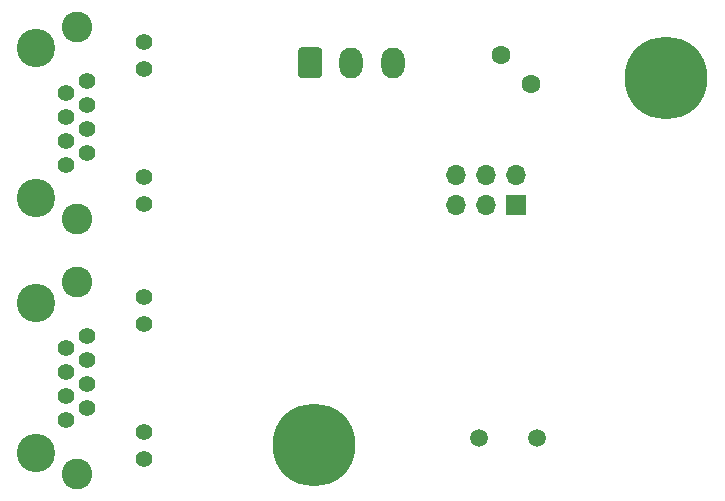
<source format=gbs>
G04 #@! TF.GenerationSoftware,KiCad,Pcbnew,(5.1.9)-1*
G04 #@! TF.CreationDate,2021-06-09T23:11:38+02:00*
G04 #@! TF.ProjectId,controller,636f6e74-726f-46c6-9c65-722e6b696361,rev?*
G04 #@! TF.SameCoordinates,Original*
G04 #@! TF.FileFunction,Soldermask,Bot*
G04 #@! TF.FilePolarity,Negative*
%FSLAX46Y46*%
G04 Gerber Fmt 4.6, Leading zero omitted, Abs format (unit mm)*
G04 Created by KiCad (PCBNEW (5.1.9)-1) date 2021-06-09 23:11:38*
%MOMM*%
%LPD*%
G01*
G04 APERTURE LIST*
%ADD10C,1.400000*%
%ADD11C,2.600000*%
%ADD12C,3.250000*%
%ADD13O,1.700000X1.700000*%
%ADD14R,1.700000X1.700000*%
%ADD15C,1.600000*%
%ADD16O,2.000000X2.600000*%
%ADD17C,0.800000*%
%ADD18C,7.000000*%
%ADD19C,1.500000*%
G04 APERTURE END LIST*
D10*
X110105000Y-73150000D03*
X110105000Y-75440000D03*
X110105000Y-84580000D03*
X110105000Y-86870000D03*
X105285000Y-76440000D03*
X103505000Y-77460000D03*
X105285000Y-78480000D03*
X103505000Y-79500000D03*
X105285000Y-80520000D03*
X103505000Y-81540000D03*
X105285000Y-82560000D03*
X103505000Y-83580000D03*
D11*
X104395000Y-88140000D03*
X104395000Y-71880000D03*
D12*
X100965000Y-86360000D03*
X100965000Y-73660000D03*
D10*
X110105000Y-94740000D03*
X110105000Y-97030000D03*
X110105000Y-106170000D03*
X110105000Y-108460000D03*
X105285000Y-98030000D03*
X103505000Y-99050000D03*
X105285000Y-100070000D03*
X103505000Y-101090000D03*
X105285000Y-102110000D03*
X103505000Y-103130000D03*
X105285000Y-104150000D03*
X103505000Y-105170000D03*
D11*
X104395000Y-109730000D03*
X104395000Y-93470000D03*
D12*
X100965000Y-107950000D03*
X100965000Y-95250000D03*
D13*
X136525000Y-84455000D03*
X136525000Y-86995000D03*
X139065000Y-84455000D03*
X139065000Y-86995000D03*
X141605000Y-84455000D03*
D14*
X141605000Y-86995000D03*
D15*
X142809874Y-76769874D03*
X140335000Y-74295000D03*
D16*
X131135000Y-74930000D03*
X127635000Y-74930000D03*
G36*
G01*
X123135000Y-75980000D02*
X123135000Y-73880000D01*
G75*
G02*
X123385000Y-73630000I250000J0D01*
G01*
X124885000Y-73630000D01*
G75*
G02*
X125135000Y-73880000I0J-250000D01*
G01*
X125135000Y-75980000D01*
G75*
G02*
X124885000Y-76230000I-250000J0D01*
G01*
X123385000Y-76230000D01*
G75*
G02*
X123135000Y-75980000I0J250000D01*
G01*
G37*
D17*
X156161155Y-78056155D03*
X154305000Y-78825000D03*
X152448845Y-78056155D03*
X151680000Y-76200000D03*
X152448845Y-74343845D03*
X154305000Y-73575000D03*
X156161155Y-74343845D03*
X156930000Y-76200000D03*
D18*
X154305000Y-76200000D03*
D17*
X126316155Y-105458845D03*
X124460000Y-104690000D03*
X122603845Y-105458845D03*
X121835000Y-107315000D03*
X122603845Y-109171155D03*
X124460000Y-109940000D03*
X126316155Y-109171155D03*
X127085000Y-107315000D03*
D18*
X124460000Y-107315000D03*
D19*
X143310000Y-106680000D03*
X138430000Y-106680000D03*
M02*

</source>
